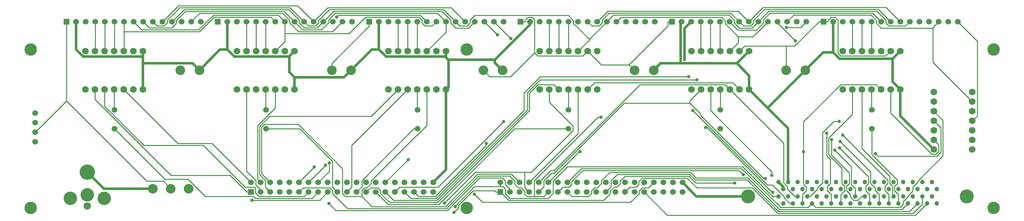
<source format=gbl>
G04 (created by PCBNEW (2013-jul-07)-stable) date Thu 11 Jun 2015 04:55:29 PM PDT*
%MOIN*%
G04 Gerber Fmt 3.4, Leading zero omitted, Abs format*
%FSLAX34Y34*%
G01*
G70*
G90*
G04 APERTURE LIST*
%ADD10C,0.00590551*%
%ADD11C,0.1*%
%ADD12R,0.06X0.06*%
%ADD13C,0.06*%
%ADD14C,0.13*%
%ADD15C,0.145669*%
%ADD16C,0.0472441*%
%ADD17C,0.076*%
%ADD18C,0.14*%
%ADD19C,0.16*%
%ADD20C,0.07*%
%ADD21C,0.0590551*%
%ADD22C,0.035*%
%ADD23C,0.025*%
%ADD24C,0.01*%
G04 APERTURE END LIST*
G54D10*
G54D11*
X32324Y-27952D03*
X34324Y-27952D03*
X48124Y-27952D03*
X50124Y-27952D03*
X63924Y-27952D03*
X65924Y-27952D03*
X79694Y-27952D03*
X81694Y-27952D03*
X95514Y-27952D03*
X97514Y-27952D03*
G54D12*
X39712Y-40657D03*
G54D13*
X39712Y-39657D03*
X44712Y-40657D03*
X40712Y-39657D03*
X45712Y-40657D03*
X41712Y-39657D03*
X46712Y-40657D03*
X42712Y-39657D03*
X47712Y-40657D03*
X43712Y-39657D03*
X48712Y-40657D03*
X44712Y-39657D03*
X49712Y-40657D03*
X45712Y-39657D03*
X50712Y-40657D03*
X46712Y-39657D03*
X51712Y-40657D03*
X47712Y-39657D03*
X52712Y-40657D03*
X48712Y-39657D03*
X53712Y-40657D03*
X49712Y-39657D03*
X54712Y-40657D03*
X50712Y-39657D03*
X51712Y-39657D03*
X55712Y-40657D03*
X52712Y-39657D03*
X54712Y-39657D03*
X55712Y-39657D03*
X56712Y-39657D03*
X57712Y-39657D03*
X56712Y-40657D03*
X57712Y-40657D03*
X40712Y-40657D03*
X41712Y-40657D03*
X42712Y-40657D03*
X43712Y-40657D03*
X58712Y-40657D03*
X58712Y-39657D03*
X53712Y-39657D03*
G54D12*
X20460Y-22874D03*
G54D13*
X21460Y-22874D03*
X22460Y-22874D03*
X23460Y-22874D03*
X24460Y-22874D03*
X25460Y-22874D03*
X26460Y-22874D03*
X27460Y-22874D03*
X28460Y-22874D03*
X29460Y-22874D03*
X30460Y-22874D03*
X31460Y-22874D03*
X32460Y-22874D03*
X33460Y-22874D03*
X34460Y-22874D03*
G54D12*
X36248Y-22874D03*
G54D13*
X37248Y-22874D03*
X38248Y-22874D03*
X39248Y-22874D03*
X40248Y-22874D03*
X41248Y-22874D03*
X42248Y-22874D03*
X43248Y-22874D03*
X44248Y-22874D03*
X45248Y-22874D03*
X46248Y-22874D03*
X47248Y-22874D03*
X48248Y-22874D03*
X49248Y-22874D03*
X50248Y-22874D03*
G54D12*
X52035Y-22874D03*
G54D13*
X53035Y-22874D03*
X54035Y-22874D03*
X55035Y-22874D03*
X56035Y-22874D03*
X57035Y-22874D03*
X58035Y-22874D03*
X59035Y-22874D03*
X60035Y-22874D03*
X61035Y-22874D03*
X62035Y-22874D03*
X63035Y-22874D03*
X64035Y-22874D03*
X65035Y-22874D03*
X66035Y-22874D03*
G54D12*
X67822Y-22874D03*
G54D13*
X68822Y-22874D03*
X69822Y-22874D03*
X70822Y-22874D03*
X71822Y-22874D03*
X72822Y-22874D03*
X73822Y-22874D03*
X74822Y-22874D03*
X75822Y-22874D03*
X76822Y-22874D03*
X77822Y-22874D03*
X78822Y-22874D03*
X79822Y-22874D03*
X80822Y-22874D03*
X81822Y-22874D03*
G54D12*
X83610Y-22874D03*
G54D13*
X84610Y-22874D03*
X85610Y-22874D03*
X86610Y-22874D03*
X87610Y-22874D03*
X88610Y-22874D03*
X89610Y-22874D03*
X90610Y-22874D03*
X91610Y-22874D03*
X92610Y-22874D03*
X93610Y-22874D03*
X94610Y-22874D03*
X95610Y-22874D03*
X96610Y-22874D03*
X97610Y-22874D03*
G54D12*
X99397Y-22874D03*
G54D13*
X100397Y-22874D03*
X101397Y-22874D03*
X102397Y-22874D03*
X103397Y-22874D03*
X104397Y-22874D03*
X105397Y-22874D03*
X106397Y-22874D03*
X107397Y-22874D03*
X108397Y-22874D03*
X109397Y-22874D03*
X110397Y-22874D03*
X111397Y-22874D03*
X112397Y-22874D03*
X113397Y-22874D03*
G54D14*
X117125Y-25787D03*
X16732Y-42322D03*
X117125Y-42322D03*
X62204Y-25787D03*
X62204Y-42322D03*
X16732Y-25787D03*
G54D15*
X91553Y-41100D03*
X114352Y-41100D03*
G54D16*
X94702Y-39600D03*
X95202Y-40350D03*
X95702Y-39600D03*
X96202Y-40350D03*
X96702Y-39600D03*
X97202Y-40350D03*
X97702Y-39600D03*
X98202Y-40350D03*
X98702Y-39600D03*
X99202Y-40350D03*
X99702Y-39600D03*
X100202Y-40350D03*
X100702Y-39600D03*
X101202Y-40350D03*
X101702Y-39600D03*
X102202Y-40350D03*
X102702Y-39600D03*
X103202Y-40350D03*
X103702Y-39600D03*
X104202Y-40350D03*
X104702Y-39600D03*
X105202Y-40350D03*
X105702Y-39600D03*
X106202Y-40350D03*
X106702Y-39600D03*
X107202Y-40350D03*
X107702Y-39600D03*
X108202Y-40350D03*
X108702Y-39600D03*
X109202Y-40350D03*
X109702Y-39600D03*
X110202Y-40350D03*
X110702Y-39600D03*
X111202Y-40350D03*
X94702Y-41100D03*
X95202Y-41850D03*
X95702Y-41100D03*
X96202Y-41850D03*
X96702Y-41100D03*
X97202Y-41850D03*
X97702Y-41100D03*
X98202Y-41850D03*
X98702Y-41100D03*
X99202Y-41850D03*
X99702Y-41100D03*
X100202Y-41850D03*
X100702Y-41100D03*
X101202Y-41850D03*
X101702Y-41100D03*
X102202Y-41850D03*
X102702Y-41100D03*
X103202Y-41850D03*
X103702Y-41100D03*
X104202Y-41850D03*
X104702Y-41100D03*
X105202Y-41850D03*
X105702Y-41100D03*
X106202Y-41850D03*
X106702Y-41100D03*
X107202Y-41850D03*
X107702Y-41100D03*
X108202Y-41850D03*
X108702Y-41100D03*
X109202Y-41850D03*
X109702Y-41100D03*
X110202Y-41850D03*
X110702Y-41100D03*
X111202Y-41850D03*
G54D17*
X22637Y-42115D03*
G54D18*
X22637Y-40935D03*
G54D19*
X22637Y-38575D03*
G54D18*
X24407Y-41325D03*
X20867Y-41325D03*
G54D11*
X29480Y-40314D03*
X31350Y-40314D03*
X33220Y-40314D03*
G54D12*
X65696Y-40657D03*
G54D13*
X65696Y-39657D03*
X70696Y-40657D03*
X66696Y-39657D03*
X71696Y-40657D03*
X67696Y-39657D03*
X72696Y-40657D03*
X68696Y-39657D03*
X73696Y-40657D03*
X69696Y-39657D03*
X74696Y-40657D03*
X70696Y-39657D03*
X75696Y-40657D03*
X71696Y-39657D03*
X76696Y-40657D03*
X72696Y-39657D03*
X77696Y-40657D03*
X73696Y-39657D03*
X78696Y-40657D03*
X74696Y-39657D03*
X79696Y-40657D03*
X75696Y-39657D03*
X80696Y-40657D03*
X76696Y-39657D03*
X77696Y-39657D03*
X81696Y-40657D03*
X78696Y-39657D03*
X80696Y-39657D03*
X81696Y-39657D03*
X82696Y-39657D03*
X83696Y-39657D03*
X82696Y-40657D03*
X83696Y-40657D03*
X66696Y-40657D03*
X67696Y-40657D03*
X68696Y-40657D03*
X69696Y-40657D03*
X84696Y-40657D03*
X84696Y-39657D03*
X79696Y-39657D03*
G54D20*
X22450Y-29952D03*
X23450Y-29952D03*
X24450Y-29952D03*
X25450Y-29952D03*
X26450Y-29952D03*
X27450Y-29952D03*
X28450Y-29952D03*
X28450Y-25952D03*
X27450Y-25952D03*
X26450Y-25952D03*
X25450Y-25952D03*
X24450Y-25952D03*
X23450Y-25952D03*
X22450Y-25952D03*
X38250Y-29952D03*
X39250Y-29952D03*
X40250Y-29952D03*
X41250Y-29952D03*
X42250Y-29952D03*
X43250Y-29952D03*
X44250Y-29952D03*
X44250Y-25952D03*
X43250Y-25952D03*
X42250Y-25952D03*
X41250Y-25952D03*
X40250Y-25952D03*
X39250Y-25952D03*
X38250Y-25952D03*
X54050Y-29952D03*
X55050Y-29952D03*
X56050Y-29952D03*
X57050Y-29952D03*
X58050Y-29952D03*
X59050Y-29952D03*
X60050Y-29952D03*
X60050Y-25952D03*
X59050Y-25952D03*
X58050Y-25952D03*
X57050Y-25952D03*
X56050Y-25952D03*
X55050Y-25952D03*
X54050Y-25952D03*
X69820Y-29952D03*
X70820Y-29952D03*
X71820Y-29952D03*
X72820Y-29952D03*
X73820Y-29952D03*
X74820Y-29952D03*
X75820Y-29952D03*
X75820Y-25952D03*
X74820Y-25952D03*
X73820Y-25952D03*
X72820Y-25952D03*
X71820Y-25952D03*
X70820Y-25952D03*
X69820Y-25952D03*
X85640Y-29952D03*
X86640Y-29952D03*
X87640Y-29952D03*
X88640Y-29952D03*
X89640Y-29952D03*
X90640Y-29952D03*
X91640Y-29952D03*
X91640Y-25952D03*
X90640Y-25952D03*
X89640Y-25952D03*
X88640Y-25952D03*
X87640Y-25952D03*
X86640Y-25952D03*
X85640Y-25952D03*
X101400Y-29952D03*
X102400Y-29952D03*
X103400Y-29952D03*
X104400Y-29952D03*
X105400Y-29952D03*
X106400Y-29952D03*
X107400Y-29952D03*
X107400Y-25952D03*
X106400Y-25952D03*
X105400Y-25952D03*
X104400Y-25952D03*
X103400Y-25952D03*
X102400Y-25952D03*
X101400Y-25952D03*
X110909Y-30220D03*
X110909Y-31220D03*
X110909Y-32220D03*
X110909Y-33220D03*
X110909Y-34220D03*
X110909Y-35220D03*
X110909Y-36220D03*
X114909Y-36220D03*
X114909Y-35220D03*
X114909Y-34220D03*
X114909Y-33220D03*
X114909Y-32220D03*
X114909Y-31220D03*
X114909Y-30220D03*
G54D21*
X25480Y-32086D03*
X25480Y-34055D03*
X41279Y-32086D03*
X41279Y-34055D03*
X57070Y-32086D03*
X57070Y-34055D03*
X72820Y-32086D03*
X72820Y-34055D03*
X88640Y-32086D03*
X88640Y-34055D03*
X104440Y-32086D03*
X104440Y-34055D03*
G54D13*
X17200Y-35400D03*
X17200Y-34400D03*
X17200Y-33400D03*
X17200Y-32400D03*
G54D22*
X61002Y-42190D03*
X48637Y-22368D03*
X87100Y-33931D03*
X94112Y-40692D03*
X85779Y-32150D03*
X97300Y-36455D03*
X74005Y-36455D03*
X46318Y-38051D03*
X96476Y-24883D03*
X47479Y-37856D03*
X101024Y-33273D03*
X65402Y-24240D03*
X47869Y-37605D03*
X66797Y-24636D03*
X104808Y-36639D03*
X56102Y-37267D03*
X95530Y-23474D03*
X101066Y-36046D03*
X101151Y-35392D03*
X66044Y-33321D03*
X101403Y-34719D03*
X64251Y-35584D03*
X100577Y-36296D03*
X39816Y-41503D03*
X100251Y-35167D03*
X94012Y-38925D03*
X86196Y-28933D03*
X85329Y-28608D03*
X91048Y-38848D03*
X62994Y-40871D03*
X84916Y-26808D03*
X90140Y-39728D03*
X60881Y-42771D03*
X47830Y-41858D03*
X99728Y-34503D03*
X59870Y-41832D03*
X93356Y-39250D03*
X76193Y-32850D03*
G54D23*
X24377Y-40314D02*
X22637Y-38575D01*
X29480Y-40314D02*
X24377Y-40314D01*
G54D24*
X111417Y-35727D02*
X110909Y-35220D01*
X111417Y-36424D02*
X111417Y-35727D01*
X111121Y-36720D02*
X111417Y-36424D01*
X110695Y-36720D02*
X111121Y-36720D01*
X106400Y-32425D02*
X110695Y-36720D01*
X106400Y-29952D02*
X106400Y-32425D01*
X89937Y-29249D02*
X90640Y-29952D01*
X86339Y-29249D02*
X89937Y-29249D01*
X86331Y-29258D02*
X86339Y-29249D01*
X86062Y-29258D02*
X86331Y-29258D01*
X86053Y-29249D02*
X86062Y-29258D01*
X75522Y-29249D02*
X86053Y-29249D01*
X74820Y-29952D02*
X75522Y-29249D01*
X99397Y-22874D02*
X98947Y-22874D01*
X91160Y-25432D02*
X90640Y-25952D01*
X95514Y-25432D02*
X91160Y-25432D01*
X95514Y-27952D02*
X95514Y-25432D01*
X67822Y-22874D02*
X68272Y-22874D01*
X66782Y-28612D02*
X69273Y-26122D01*
X64584Y-28612D02*
X66782Y-28612D01*
X63924Y-27952D02*
X64584Y-28612D01*
X68272Y-22759D02*
X68272Y-22874D01*
X68610Y-22422D02*
X68272Y-22759D01*
X69022Y-22422D02*
X68610Y-22422D01*
X69273Y-22672D02*
X69022Y-22422D01*
X69273Y-26122D02*
X69273Y-22672D01*
X99847Y-22779D02*
X99847Y-22874D01*
X100221Y-22405D02*
X99847Y-22779D01*
X100578Y-22405D02*
X100221Y-22405D01*
X100897Y-22724D02*
X100578Y-22405D01*
X100897Y-26173D02*
X100897Y-22724D01*
X101188Y-26464D02*
X100897Y-26173D01*
X105888Y-26464D02*
X101188Y-26464D01*
X106400Y-25952D02*
X105888Y-26464D01*
X99397Y-22874D02*
X99847Y-22874D01*
X96389Y-25432D02*
X98947Y-22874D01*
X95514Y-25432D02*
X96389Y-25432D01*
X48124Y-27235D02*
X52035Y-23324D01*
X48124Y-27952D02*
X48124Y-27235D01*
X52035Y-22874D02*
X52035Y-23324D01*
X74312Y-26460D02*
X74820Y-25952D01*
X69611Y-26460D02*
X74312Y-26460D01*
X69273Y-26122D02*
X69611Y-26460D01*
X83610Y-22874D02*
X83160Y-22874D01*
X79694Y-27952D02*
X79112Y-27371D01*
X76238Y-27371D02*
X79112Y-27371D01*
X74820Y-25952D02*
X76238Y-27371D01*
X83160Y-23324D02*
X83160Y-22874D01*
X79112Y-27371D02*
X83160Y-23324D01*
X30560Y-39525D02*
X31350Y-40314D01*
X28846Y-39525D02*
X30560Y-39525D01*
X20460Y-31139D02*
X28846Y-39525D01*
X17200Y-34400D02*
X20460Y-31139D01*
X20460Y-31139D02*
X20460Y-22874D01*
X35643Y-35588D02*
X39712Y-39657D01*
X32085Y-35588D02*
X35643Y-35588D01*
X26450Y-29952D02*
X32085Y-35588D01*
X63014Y-40090D02*
X65696Y-40090D01*
X61002Y-42102D02*
X63014Y-40090D01*
X61002Y-42190D02*
X61002Y-42102D01*
X65967Y-40090D02*
X65696Y-40090D01*
X66205Y-40327D02*
X65967Y-40090D01*
X66205Y-40815D02*
X66205Y-40327D01*
X66710Y-41320D02*
X66205Y-40815D01*
X70680Y-41320D02*
X66710Y-41320D01*
X71196Y-40804D02*
X70680Y-41320D01*
X71196Y-39512D02*
X71196Y-40804D01*
X72707Y-38002D02*
X71196Y-39512D01*
X90960Y-38002D02*
X72707Y-38002D01*
X94059Y-41100D02*
X90960Y-38002D01*
X94702Y-41100D02*
X94059Y-41100D01*
X65696Y-40090D02*
X65696Y-39657D01*
X48788Y-22216D02*
X48637Y-22368D01*
X57378Y-22216D02*
X48788Y-22216D01*
X58035Y-22874D02*
X57378Y-22216D01*
X104521Y-21997D02*
X105397Y-22874D01*
X93814Y-21997D02*
X104521Y-21997D01*
X93110Y-22701D02*
X93814Y-21997D01*
X93110Y-23014D02*
X93110Y-22701D01*
X92390Y-23734D02*
X93110Y-23014D01*
X90471Y-23734D02*
X92390Y-23734D01*
X89610Y-22874D02*
X90471Y-23734D01*
X34330Y-23931D02*
X26460Y-23931D01*
X35838Y-22423D02*
X34330Y-23931D01*
X41797Y-22423D02*
X35838Y-22423D01*
X42248Y-22874D02*
X41797Y-22423D01*
X26460Y-25942D02*
X26460Y-23931D01*
X26450Y-25952D02*
X26460Y-25942D01*
X26460Y-23931D02*
X26460Y-22874D01*
X40400Y-39345D02*
X40712Y-39657D01*
X40400Y-33722D02*
X40400Y-39345D01*
X42250Y-31873D02*
X40400Y-33722D01*
X42250Y-29952D02*
X42250Y-31873D01*
X58583Y-23325D02*
X59035Y-22874D01*
X57836Y-23325D02*
X58583Y-23325D01*
X57535Y-23023D02*
X57836Y-23325D01*
X57535Y-22702D02*
X57535Y-23023D01*
X57256Y-22423D02*
X57535Y-22702D01*
X51643Y-22423D02*
X57256Y-22423D01*
X49940Y-24126D02*
X51643Y-22423D01*
X43248Y-24126D02*
X49940Y-24126D01*
X43248Y-24954D02*
X43248Y-24126D01*
X42250Y-25952D02*
X43248Y-24954D01*
X43248Y-24126D02*
X43248Y-22874D01*
X75276Y-23327D02*
X74822Y-22874D01*
X76014Y-23327D02*
X75276Y-23327D01*
X76322Y-23019D02*
X76014Y-23327D01*
X76322Y-22732D02*
X76322Y-23019D01*
X77067Y-21988D02*
X76322Y-22732D01*
X89724Y-21988D02*
X77067Y-21988D01*
X90610Y-22874D02*
X89724Y-21988D01*
X28312Y-23725D02*
X27460Y-22874D01*
X34254Y-23725D02*
X28312Y-23725D01*
X35764Y-22215D02*
X34254Y-23725D01*
X42589Y-22215D02*
X35764Y-22215D01*
X43248Y-22874D02*
X42589Y-22215D01*
X91062Y-23326D02*
X90610Y-22874D01*
X91796Y-23326D02*
X91062Y-23326D01*
X92110Y-23013D02*
X91796Y-23326D01*
X92110Y-22733D02*
X92110Y-23013D01*
X93251Y-21591D02*
X92110Y-22733D01*
X105115Y-21591D02*
X93251Y-21591D01*
X106397Y-22874D02*
X105115Y-21591D01*
X51262Y-40471D02*
X51262Y-41111D01*
X51526Y-40207D02*
X51262Y-40471D01*
X51805Y-40207D02*
X51526Y-40207D01*
X52247Y-39765D02*
X51805Y-40207D01*
X52247Y-39478D02*
X52247Y-39765D01*
X57020Y-34705D02*
X52247Y-39478D01*
X57054Y-34705D02*
X57020Y-34705D01*
X58050Y-33709D02*
X57054Y-34705D01*
X58050Y-29952D02*
X58050Y-33709D01*
X87267Y-33931D02*
X87100Y-33931D01*
X94027Y-40692D02*
X87267Y-33931D01*
X94112Y-40692D02*
X94027Y-40692D01*
X40813Y-38758D02*
X41712Y-39657D01*
X40813Y-33875D02*
X40813Y-38758D01*
X41091Y-33597D02*
X40813Y-33875D01*
X44626Y-33597D02*
X41091Y-33597D01*
X49243Y-38214D02*
X44626Y-33597D01*
X49243Y-40826D02*
X49243Y-38214D01*
X49528Y-41111D02*
X49243Y-40826D01*
X51262Y-41111D02*
X49528Y-41111D01*
X52318Y-42168D02*
X51262Y-41111D01*
X60018Y-42168D02*
X52318Y-42168D01*
X60277Y-41909D02*
X60018Y-42168D01*
X60277Y-41874D02*
X60277Y-41909D01*
X63354Y-38796D02*
X60277Y-41874D01*
X66835Y-38796D02*
X63354Y-38796D01*
X67696Y-39657D02*
X66835Y-38796D01*
X60035Y-23967D02*
X60035Y-22874D01*
X58050Y-25952D02*
X60035Y-23967D01*
X43184Y-21810D02*
X44248Y-22874D01*
X32851Y-21810D02*
X43184Y-21810D01*
X31910Y-22751D02*
X32851Y-21810D01*
X31910Y-23060D02*
X31910Y-22751D01*
X31445Y-23525D02*
X31910Y-23060D01*
X29111Y-23525D02*
X31445Y-23525D01*
X28460Y-22874D02*
X29111Y-23525D01*
X93092Y-21391D02*
X91610Y-22874D01*
X105914Y-21391D02*
X93092Y-21391D01*
X107397Y-22874D02*
X105914Y-21391D01*
X59168Y-22007D02*
X60035Y-22874D01*
X48471Y-22007D02*
X59168Y-22007D01*
X47793Y-22685D02*
X48471Y-22007D01*
X47793Y-22970D02*
X47793Y-22685D01*
X47037Y-23726D02*
X47793Y-22970D01*
X45100Y-23726D02*
X47037Y-23726D01*
X44248Y-22874D02*
X45100Y-23726D01*
X90522Y-21786D02*
X91610Y-22874D01*
X76910Y-21786D02*
X90522Y-21786D01*
X75822Y-22874D02*
X76910Y-21786D01*
X93540Y-39911D02*
X85779Y-32150D01*
X94085Y-39911D02*
X93540Y-39911D01*
X95316Y-41142D02*
X94085Y-39911D01*
X95316Y-41274D02*
X95316Y-41142D01*
X95892Y-41850D02*
X95316Y-41274D01*
X96202Y-41850D02*
X95892Y-41850D01*
X73820Y-34534D02*
X68696Y-39657D01*
X73820Y-29952D02*
X73820Y-34534D01*
X93686Y-21797D02*
X92610Y-22874D01*
X104962Y-21797D02*
X93686Y-21797D01*
X105897Y-22732D02*
X104962Y-21797D01*
X105897Y-23012D02*
X105897Y-22732D01*
X106214Y-23329D02*
X105897Y-23012D01*
X107942Y-23329D02*
X106214Y-23329D01*
X108397Y-22874D02*
X107942Y-23329D01*
X45700Y-23326D02*
X45248Y-22874D01*
X46434Y-23326D02*
X45700Y-23326D01*
X46748Y-23013D02*
X46434Y-23326D01*
X46748Y-22733D02*
X46748Y-23013D01*
X47879Y-21601D02*
X46748Y-22733D01*
X59762Y-21601D02*
X47879Y-21601D01*
X61035Y-22874D02*
X59762Y-21601D01*
X29911Y-23325D02*
X29460Y-22874D01*
X30653Y-23325D02*
X29911Y-23325D01*
X30960Y-23018D02*
X30653Y-23325D01*
X30960Y-22733D02*
X30960Y-23018D01*
X32283Y-21410D02*
X30960Y-22733D01*
X43784Y-21410D02*
X32283Y-21410D01*
X45248Y-22874D02*
X43784Y-21410D01*
X91949Y-23534D02*
X92610Y-22874D01*
X90631Y-23534D02*
X91949Y-23534D01*
X90110Y-23013D02*
X90631Y-23534D01*
X90110Y-22733D02*
X90110Y-23013D01*
X89565Y-22188D02*
X90110Y-22733D01*
X77508Y-22188D02*
X89565Y-22188D01*
X76822Y-22874D02*
X77508Y-22188D01*
X74992Y-24704D02*
X76822Y-22874D01*
X74992Y-24704D02*
X74992Y-24704D01*
X74992Y-24780D02*
X74992Y-24704D01*
X73820Y-25952D02*
X74992Y-24780D01*
X61489Y-23327D02*
X61035Y-22874D01*
X62226Y-23327D02*
X61489Y-23327D01*
X62535Y-23019D02*
X62226Y-23327D01*
X62535Y-22716D02*
X62535Y-23019D01*
X63037Y-22214D02*
X62535Y-22716D01*
X72802Y-22214D02*
X63037Y-22214D01*
X73322Y-22735D02*
X72802Y-22214D01*
X73322Y-23034D02*
X73322Y-22735D01*
X74992Y-24704D02*
X73322Y-23034D01*
X95228Y-35541D02*
X89640Y-29952D01*
X95228Y-39688D02*
X95228Y-35541D01*
X95648Y-40108D02*
X95228Y-39688D01*
X95648Y-40356D02*
X95648Y-40108D01*
X96392Y-41100D02*
X95648Y-40356D01*
X96702Y-41100D02*
X96392Y-41100D01*
X70941Y-38412D02*
X69696Y-39657D01*
X71305Y-38412D02*
X70941Y-38412D01*
X80265Y-29452D02*
X71305Y-38412D01*
X85973Y-29452D02*
X80265Y-29452D01*
X85979Y-29458D02*
X85973Y-29452D01*
X86414Y-29458D02*
X85979Y-29458D01*
X86420Y-29452D02*
X86414Y-29458D01*
X89139Y-29452D02*
X86420Y-29452D01*
X89640Y-29952D02*
X89139Y-29452D01*
X32130Y-21204D02*
X30460Y-22874D01*
X44578Y-21204D02*
X32130Y-21204D01*
X46248Y-22874D02*
X44578Y-21204D01*
X47720Y-21401D02*
X46248Y-22874D01*
X60562Y-21401D02*
X47720Y-21401D01*
X62035Y-22874D02*
X60562Y-21401D01*
X90518Y-25074D02*
X90518Y-24434D01*
X89640Y-25952D02*
X90518Y-25074D01*
X92049Y-24434D02*
X93610Y-22874D01*
X90518Y-24434D02*
X92049Y-24434D01*
X89140Y-23056D02*
X90518Y-24434D01*
X89140Y-22766D02*
X89140Y-23056D01*
X88782Y-22408D02*
X89140Y-22766D01*
X78288Y-22408D02*
X88782Y-22408D01*
X77822Y-22874D02*
X78288Y-22408D01*
X97300Y-33330D02*
X97300Y-36455D01*
X101196Y-29434D02*
X97300Y-33330D01*
X104881Y-29434D02*
X101196Y-29434D01*
X105400Y-29952D02*
X104881Y-29434D01*
X97202Y-40910D02*
X97202Y-41850D01*
X97601Y-40511D02*
X97202Y-40910D01*
X97601Y-40154D02*
X97601Y-40511D01*
X97300Y-39852D02*
X97601Y-40154D01*
X97300Y-36455D02*
X97300Y-39852D01*
X73898Y-36455D02*
X74005Y-36455D01*
X70696Y-39657D02*
X73898Y-36455D01*
X44712Y-39657D02*
X46318Y-38051D01*
X62360Y-23548D02*
X63035Y-22874D01*
X61062Y-23548D02*
X62360Y-23548D01*
X60535Y-23022D02*
X61062Y-23548D01*
X60535Y-22711D02*
X60535Y-23022D01*
X59628Y-21804D02*
X60535Y-22711D01*
X48317Y-21804D02*
X59628Y-21804D01*
X47248Y-22874D02*
X48317Y-21804D01*
X46595Y-23526D02*
X47248Y-22874D01*
X45259Y-23526D02*
X46595Y-23526D01*
X44748Y-23014D02*
X45259Y-23526D01*
X44748Y-22730D02*
X44748Y-23014D01*
X43627Y-21610D02*
X44748Y-22730D01*
X32724Y-21610D02*
X43627Y-21610D01*
X31460Y-22874D02*
X32724Y-21610D01*
X94610Y-23017D02*
X96476Y-24883D01*
X94610Y-22874D02*
X94610Y-23017D01*
X98013Y-41100D02*
X97702Y-41100D01*
X98773Y-40340D02*
X98013Y-41100D01*
X98773Y-40232D02*
X98773Y-40340D01*
X99316Y-39689D02*
X98773Y-40232D01*
X99316Y-34446D02*
X99316Y-39689D01*
X100489Y-33273D02*
X99316Y-34446D01*
X101024Y-33273D02*
X100489Y-33273D01*
X47479Y-37890D02*
X47479Y-37856D01*
X45712Y-39657D02*
X47479Y-37890D01*
X110797Y-23474D02*
X110797Y-23550D01*
X111397Y-22874D02*
X110797Y-23474D01*
X110797Y-27107D02*
X114909Y-31220D01*
X110797Y-23550D02*
X110797Y-27107D01*
X105419Y-23550D02*
X110797Y-23550D01*
X104897Y-23028D02*
X105419Y-23550D01*
X104897Y-22733D02*
X104897Y-23028D01*
X104363Y-22198D02*
X104897Y-22733D01*
X96285Y-22198D02*
X104363Y-22198D01*
X95610Y-22874D02*
X96285Y-22198D01*
X64035Y-22874D02*
X65402Y-24240D01*
X98589Y-42236D02*
X98202Y-41850D01*
X107380Y-42236D02*
X98589Y-42236D01*
X107702Y-41914D02*
X107380Y-42236D01*
X107702Y-41660D02*
X107702Y-41914D01*
X108273Y-41090D02*
X107702Y-41660D01*
X108273Y-40982D02*
X108273Y-41090D01*
X108702Y-40552D02*
X108273Y-40982D01*
X108702Y-40160D02*
X108702Y-40552D01*
X109273Y-39590D02*
X108702Y-40160D01*
X109273Y-39482D02*
X109273Y-39590D01*
X111856Y-36898D02*
X109273Y-39482D01*
X111856Y-33167D02*
X111856Y-36898D01*
X110909Y-32220D02*
X111856Y-33167D01*
X47869Y-38500D02*
X47869Y-37605D01*
X46712Y-39657D02*
X47869Y-38500D01*
X74152Y-38202D02*
X72696Y-39657D01*
X90875Y-38202D02*
X74152Y-38202D01*
X94924Y-42251D02*
X90875Y-38202D01*
X97801Y-42251D02*
X94924Y-42251D01*
X98202Y-41850D02*
X97801Y-42251D01*
X48195Y-23926D02*
X49248Y-22874D01*
X44661Y-23926D02*
X48195Y-23926D01*
X43748Y-23012D02*
X44661Y-23926D01*
X43748Y-22733D02*
X43748Y-23012D01*
X43027Y-22012D02*
X43748Y-22733D01*
X34321Y-22012D02*
X43027Y-22012D01*
X33460Y-22874D02*
X34321Y-22012D01*
X65035Y-22874D02*
X66797Y-24636D01*
X53712Y-39657D02*
X56102Y-37267D01*
X105096Y-36927D02*
X104808Y-36639D01*
X111197Y-36927D02*
X105096Y-36927D01*
X111640Y-36484D02*
X111197Y-36927D01*
X111640Y-33950D02*
X111640Y-36484D01*
X110909Y-33220D02*
X111640Y-33950D01*
X97010Y-23474D02*
X95530Y-23474D01*
X97610Y-22874D02*
X97010Y-23474D01*
X115427Y-24904D02*
X113397Y-22874D01*
X115427Y-32701D02*
X115427Y-24904D01*
X114909Y-33220D02*
X115427Y-32701D01*
X30749Y-39324D02*
X25480Y-34055D01*
X33152Y-39324D02*
X30749Y-39324D01*
X34944Y-41116D02*
X33152Y-39324D01*
X39989Y-41116D02*
X34944Y-41116D01*
X40180Y-41307D02*
X39989Y-41116D01*
X46062Y-41307D02*
X40180Y-41307D01*
X46712Y-40657D02*
X46062Y-41307D01*
X25460Y-25942D02*
X25460Y-22874D01*
X25450Y-25952D02*
X25460Y-25942D01*
X108970Y-43083D02*
X110202Y-41850D01*
X83122Y-43083D02*
X108970Y-43083D01*
X80696Y-40657D02*
X83122Y-43083D01*
X44796Y-34055D02*
X41279Y-34055D01*
X48205Y-37464D02*
X44796Y-34055D01*
X48205Y-40150D02*
X48205Y-37464D01*
X48712Y-40657D02*
X48205Y-40150D01*
X41248Y-25950D02*
X41248Y-22874D01*
X41250Y-25952D02*
X41248Y-25950D01*
X104101Y-39081D02*
X101066Y-36046D01*
X104101Y-39761D02*
X104101Y-39081D01*
X103800Y-40063D02*
X104101Y-39761D01*
X103800Y-40508D02*
X103800Y-40063D01*
X104202Y-40910D02*
X103800Y-40508D01*
X104202Y-41850D02*
X104202Y-40910D01*
X51262Y-40107D02*
X50712Y-40657D01*
X51262Y-39471D02*
X51262Y-40107D01*
X56678Y-34055D02*
X51262Y-39471D01*
X57070Y-34055D02*
X56678Y-34055D01*
X57035Y-25938D02*
X57035Y-22874D01*
X57050Y-25952D02*
X57035Y-25938D01*
X53991Y-41936D02*
X52712Y-40657D01*
X59290Y-41936D02*
X53991Y-41936D01*
X67171Y-34055D02*
X59290Y-41936D01*
X72820Y-34055D02*
X67171Y-34055D01*
X105202Y-40910D02*
X105202Y-41850D01*
X104802Y-40510D02*
X105202Y-40910D01*
X104802Y-40260D02*
X104802Y-40510D01*
X104301Y-39760D02*
X104802Y-40260D01*
X104301Y-38543D02*
X104301Y-39760D01*
X101151Y-35392D02*
X104301Y-38543D01*
X72822Y-25950D02*
X72822Y-22874D01*
X72820Y-25952D02*
X72822Y-25950D01*
X55212Y-40157D02*
X54712Y-40657D01*
X59209Y-40157D02*
X55212Y-40157D01*
X66044Y-33321D02*
X59209Y-40157D01*
X106101Y-39417D02*
X101403Y-34719D01*
X106101Y-39761D02*
X106101Y-39417D01*
X105801Y-40061D02*
X106101Y-39761D01*
X105801Y-40510D02*
X105801Y-40061D01*
X106202Y-40910D02*
X105801Y-40510D01*
X106202Y-41850D02*
X106202Y-40910D01*
X88610Y-25922D02*
X88610Y-22874D01*
X88640Y-25952D02*
X88610Y-25922D01*
X64251Y-35781D02*
X64251Y-35584D01*
X58909Y-41124D02*
X64251Y-35781D01*
X57179Y-41124D02*
X58909Y-41124D01*
X56712Y-40657D02*
X57179Y-41124D01*
X104440Y-36742D02*
X104440Y-34055D01*
X107101Y-39404D02*
X104440Y-36742D01*
X107101Y-39761D02*
X107101Y-39404D01*
X106799Y-40064D02*
X107101Y-39761D01*
X106799Y-40507D02*
X106799Y-40064D01*
X107202Y-40910D02*
X106799Y-40507D01*
X107202Y-41850D02*
X107202Y-40910D01*
X104397Y-25950D02*
X104397Y-22874D01*
X104400Y-25952D02*
X104397Y-25950D01*
X73154Y-41114D02*
X72696Y-40657D01*
X74883Y-41114D02*
X73154Y-41114D01*
X75196Y-40801D02*
X74883Y-41114D01*
X75196Y-40501D02*
X75196Y-40801D01*
X75496Y-40202D02*
X75196Y-40501D01*
X75807Y-40202D02*
X75496Y-40202D01*
X76246Y-39762D02*
X75807Y-40202D01*
X76246Y-39447D02*
X76246Y-39762D01*
X77092Y-38602D02*
X76246Y-39447D01*
X85532Y-38602D02*
X77092Y-38602D01*
X86122Y-39192D02*
X85532Y-38602D01*
X91512Y-39192D02*
X86122Y-39192D01*
X94791Y-42471D02*
X91512Y-39192D01*
X107581Y-42471D02*
X94791Y-42471D01*
X108202Y-41850D02*
X107581Y-42471D01*
X77246Y-40107D02*
X76696Y-40657D01*
X77246Y-39471D02*
X77246Y-40107D01*
X77915Y-38802D02*
X77246Y-39471D01*
X85449Y-38802D02*
X77915Y-38802D01*
X86039Y-39392D02*
X85449Y-38802D01*
X91429Y-39392D02*
X86039Y-39392D01*
X94708Y-42671D02*
X91429Y-39392D01*
X108381Y-42671D02*
X94708Y-42671D01*
X109202Y-41850D02*
X108381Y-42671D01*
X79196Y-40157D02*
X78696Y-40657D01*
X79833Y-40157D02*
X79196Y-40157D01*
X80147Y-39843D02*
X79833Y-40157D01*
X80147Y-39558D02*
X80147Y-39843D01*
X80502Y-39202D02*
X80147Y-39558D01*
X85181Y-39202D02*
X80502Y-39202D01*
X86198Y-40219D02*
X85181Y-39202D01*
X91973Y-40219D02*
X86198Y-40219D01*
X94636Y-42882D02*
X91973Y-40219D01*
X108725Y-42882D02*
X94636Y-42882D01*
X109702Y-41905D02*
X108725Y-42882D01*
X109702Y-41100D02*
X109702Y-41905D01*
X45262Y-41107D02*
X45712Y-40657D01*
X40523Y-41107D02*
X45262Y-41107D01*
X40162Y-40747D02*
X40523Y-41107D01*
X40162Y-40274D02*
X40162Y-40747D01*
X40053Y-40165D02*
X40162Y-40274D01*
X39116Y-40165D02*
X40053Y-40165D01*
X34739Y-35788D02*
X39116Y-40165D01*
X28531Y-35788D02*
X34739Y-35788D01*
X24450Y-31706D02*
X28531Y-35788D01*
X24450Y-29952D02*
X24450Y-31706D01*
X24460Y-25942D02*
X24460Y-22874D01*
X24450Y-25952D02*
X24460Y-25942D01*
X102312Y-38031D02*
X100577Y-36296D01*
X102312Y-39893D02*
X102312Y-38031D01*
X102702Y-40283D02*
X102312Y-39893D01*
X102702Y-41100D02*
X102702Y-40283D01*
X39822Y-41510D02*
X39816Y-41503D01*
X46859Y-41510D02*
X39822Y-41510D01*
X47712Y-40657D02*
X46859Y-41510D01*
X40248Y-25950D02*
X40248Y-22874D01*
X40250Y-25952D02*
X40248Y-25950D01*
X50212Y-40157D02*
X49712Y-40657D01*
X50212Y-35790D02*
X50212Y-40157D01*
X56050Y-29952D02*
X50212Y-35790D01*
X103392Y-41100D02*
X103702Y-41100D01*
X102988Y-41504D02*
X103392Y-41100D01*
X102550Y-41504D02*
X102988Y-41504D01*
X102202Y-41156D02*
X102550Y-41504D01*
X102202Y-40910D02*
X102202Y-41156D01*
X101801Y-40510D02*
X102202Y-40910D01*
X101801Y-40061D02*
X101801Y-40510D01*
X102112Y-39751D02*
X101801Y-40061D01*
X102112Y-38688D02*
X102112Y-39751D01*
X100251Y-36828D02*
X102112Y-38688D01*
X100251Y-35167D02*
X100251Y-36828D01*
X56035Y-25938D02*
X56035Y-22874D01*
X56050Y-25952D02*
X56035Y-25938D01*
X71314Y-29447D02*
X71820Y-29952D01*
X69614Y-29447D02*
X71314Y-29447D01*
X68737Y-30324D02*
X69614Y-29447D01*
X68737Y-32156D02*
X68737Y-30324D01*
X59163Y-41730D02*
X68737Y-32156D01*
X54123Y-41730D02*
X59163Y-41730D01*
X53212Y-40820D02*
X54123Y-41730D01*
X53212Y-40520D02*
X53212Y-40820D01*
X52898Y-40207D02*
X53212Y-40520D01*
X52162Y-40207D02*
X52898Y-40207D01*
X51712Y-40657D02*
X52162Y-40207D01*
X71822Y-25950D02*
X71822Y-22874D01*
X71820Y-25952D02*
X71822Y-25950D01*
X54585Y-41530D02*
X53712Y-40657D01*
X59080Y-41530D02*
X54585Y-41530D01*
X68525Y-32085D02*
X59080Y-41530D01*
X68525Y-30251D02*
X68525Y-32085D01*
X69843Y-28933D02*
X68525Y-30251D01*
X86196Y-28933D02*
X69843Y-28933D01*
X94012Y-38536D02*
X94012Y-38925D01*
X87640Y-32163D02*
X94012Y-38536D01*
X87640Y-29952D02*
X87640Y-32163D01*
X87610Y-25922D02*
X87610Y-22874D01*
X87640Y-25952D02*
X87610Y-25922D01*
X69886Y-28608D02*
X85329Y-28608D01*
X68162Y-30332D02*
X69886Y-28608D01*
X68162Y-32154D02*
X68162Y-30332D01*
X58992Y-41324D02*
X68162Y-32154D01*
X56379Y-41324D02*
X58992Y-41324D01*
X55712Y-40657D02*
X56379Y-41324D01*
X106594Y-40991D02*
X106702Y-41100D01*
X106594Y-40052D02*
X106594Y-40991D01*
X106301Y-39760D02*
X106594Y-40052D01*
X106301Y-39011D02*
X106301Y-39760D01*
X103400Y-36109D02*
X106301Y-39011D01*
X103400Y-29952D02*
X103400Y-36109D01*
X103397Y-25950D02*
X103397Y-22874D01*
X103400Y-25952D02*
X103397Y-25950D01*
X90602Y-38402D02*
X91048Y-38848D01*
X74311Y-38402D02*
X90602Y-38402D01*
X73147Y-39566D02*
X74311Y-38402D01*
X73147Y-39843D02*
X73147Y-39566D01*
X72833Y-40157D02*
X73147Y-39843D01*
X72196Y-40157D02*
X72833Y-40157D01*
X71696Y-40657D02*
X72196Y-40157D01*
X63854Y-41731D02*
X62994Y-40871D01*
X79279Y-41731D02*
X63854Y-41731D01*
X80196Y-40814D02*
X79279Y-41731D01*
X80196Y-40520D02*
X80196Y-40814D01*
X80510Y-40207D02*
X80196Y-40520D01*
X81147Y-40207D02*
X80510Y-40207D01*
X81696Y-39657D02*
X81147Y-40207D01*
G54D23*
X84916Y-23567D02*
X85610Y-22874D01*
X84916Y-26808D02*
X84916Y-23567D01*
G54D24*
X39712Y-40657D02*
X39262Y-40657D01*
X37531Y-38926D02*
X39262Y-40657D01*
X31386Y-38926D02*
X37531Y-38926D01*
X23450Y-30990D02*
X31386Y-38926D01*
X23450Y-29952D02*
X23450Y-30990D01*
X66569Y-41530D02*
X65696Y-40657D01*
X76460Y-41530D02*
X66569Y-41530D01*
X77147Y-40843D02*
X76460Y-41530D01*
X77147Y-40566D02*
X77147Y-40843D01*
X77605Y-40107D02*
X77147Y-40566D01*
X77883Y-40107D02*
X77605Y-40107D01*
X78196Y-39794D02*
X77883Y-40107D01*
X78196Y-39500D02*
X78196Y-39794D01*
X78694Y-39002D02*
X78196Y-39500D01*
X85366Y-39002D02*
X78694Y-39002D01*
X86092Y-39728D02*
X85366Y-39002D01*
X90140Y-39728D02*
X86092Y-39728D01*
X65119Y-40530D02*
X65246Y-40657D01*
X62857Y-40530D02*
X65119Y-40530D01*
X61327Y-42060D02*
X62857Y-40530D01*
X61327Y-42325D02*
X61327Y-42060D01*
X60881Y-42771D02*
X61327Y-42325D01*
X65696Y-40657D02*
X65246Y-40657D01*
X23460Y-25942D02*
X23460Y-22874D01*
X23450Y-25952D02*
X23460Y-25942D01*
X40712Y-40432D02*
X40712Y-40657D01*
X40212Y-39932D02*
X40712Y-40432D01*
X40212Y-39440D02*
X40212Y-39932D01*
X39250Y-38477D02*
X40212Y-39440D01*
X39250Y-29952D02*
X39250Y-38477D01*
X48540Y-42568D02*
X47830Y-41858D01*
X60184Y-42568D02*
X48540Y-42568D01*
X60677Y-42075D02*
X60184Y-42568D01*
X60677Y-42055D02*
X60677Y-42075D01*
X63536Y-39196D02*
X60677Y-42055D01*
X65907Y-39196D02*
X63536Y-39196D01*
X66196Y-39486D02*
X65907Y-39196D01*
X66196Y-39834D02*
X66196Y-39486D01*
X66696Y-40334D02*
X66196Y-39834D01*
X66696Y-40657D02*
X66696Y-40334D01*
X39248Y-25950D02*
X39248Y-22874D01*
X39250Y-25952D02*
X39248Y-25950D01*
X41212Y-40157D02*
X41712Y-40657D01*
X41212Y-39440D02*
X41212Y-40157D01*
X40600Y-38828D02*
X41212Y-39440D01*
X40600Y-33805D02*
X40600Y-38828D01*
X41650Y-32755D02*
X40600Y-33805D01*
X52247Y-32755D02*
X41650Y-32755D01*
X55050Y-29952D02*
X52247Y-32755D01*
X55035Y-25938D02*
X55035Y-22874D01*
X55050Y-25952D02*
X55035Y-25938D01*
X68238Y-40199D02*
X68696Y-40657D01*
X68238Y-38596D02*
X68238Y-40199D01*
X68936Y-38596D02*
X68238Y-38596D01*
X73280Y-34252D02*
X68936Y-38596D01*
X73280Y-33758D02*
X73280Y-34252D01*
X70820Y-31298D02*
X73280Y-33758D01*
X70820Y-29952D02*
X70820Y-31298D01*
X100202Y-40910D02*
X100202Y-41850D01*
X99802Y-40510D02*
X100202Y-40910D01*
X99802Y-40061D02*
X99802Y-40510D01*
X100101Y-39761D02*
X99802Y-40061D01*
X100101Y-37256D02*
X100101Y-39761D01*
X99726Y-36880D02*
X100101Y-37256D01*
X99726Y-34504D02*
X99726Y-36880D01*
X99728Y-34503D02*
X99726Y-34504D01*
X63107Y-38596D02*
X59870Y-41832D01*
X68238Y-38596D02*
X63107Y-38596D01*
X70822Y-25950D02*
X70822Y-22874D01*
X70820Y-25952D02*
X70822Y-25950D01*
X85489Y-31103D02*
X86640Y-29952D01*
X85489Y-31396D02*
X85489Y-31103D01*
X70224Y-40130D02*
X69696Y-40657D01*
X70224Y-39493D02*
X70224Y-40130D01*
X71034Y-38683D02*
X70224Y-39493D01*
X71317Y-38683D02*
X71034Y-38683D01*
X78604Y-31396D02*
X71317Y-38683D01*
X85489Y-31396D02*
X78604Y-31396D01*
X86571Y-32478D02*
X85489Y-31396D01*
X86571Y-32640D02*
X86571Y-32478D01*
X93180Y-39250D02*
X86571Y-32640D01*
X93356Y-39250D02*
X93180Y-39250D01*
X86610Y-25922D02*
X86610Y-22874D01*
X86640Y-25952D02*
X86610Y-25922D01*
X70243Y-41111D02*
X69229Y-41111D01*
X70696Y-40657D02*
X70243Y-41111D01*
X69229Y-39483D02*
X69229Y-41111D01*
X75863Y-32850D02*
X69229Y-39483D01*
X76193Y-32850D02*
X75863Y-32850D01*
X101202Y-40910D02*
X101202Y-41850D01*
X101601Y-40511D02*
X101202Y-40910D01*
X101601Y-40059D02*
X101601Y-40511D01*
X101300Y-39758D02*
X101601Y-40059D01*
X101300Y-38159D02*
X101300Y-39758D01*
X99926Y-36786D02*
X101300Y-38159D01*
X99926Y-35032D02*
X99926Y-36786D01*
X102400Y-32559D02*
X99926Y-35032D01*
X102400Y-29952D02*
X102400Y-32559D01*
X45168Y-40201D02*
X44712Y-40657D01*
X47903Y-40201D02*
X45168Y-40201D01*
X48212Y-40510D02*
X47903Y-40201D01*
X48212Y-40820D02*
X48212Y-40510D01*
X49760Y-42368D02*
X48212Y-40820D01*
X60101Y-42368D02*
X49760Y-42368D01*
X60477Y-41992D02*
X60101Y-42368D01*
X60477Y-41973D02*
X60477Y-41992D01*
X63453Y-38996D02*
X60477Y-41973D01*
X66679Y-38996D02*
X63453Y-38996D01*
X67196Y-39513D02*
X66679Y-38996D01*
X67196Y-39819D02*
X67196Y-39513D01*
X67585Y-40207D02*
X67196Y-39819D01*
X67883Y-40207D02*
X67585Y-40207D01*
X68246Y-40570D02*
X67883Y-40207D01*
X68246Y-40867D02*
X68246Y-40570D01*
X68490Y-41111D02*
X68246Y-40867D01*
X69229Y-41111D02*
X68490Y-41111D01*
X102397Y-25950D02*
X102397Y-22874D01*
X102400Y-25952D02*
X102397Y-25950D01*
G54D23*
X95702Y-34015D02*
X93577Y-31889D01*
X95702Y-39600D02*
X95702Y-34015D01*
X95202Y-40100D02*
X95202Y-40350D01*
X94702Y-39600D02*
X95202Y-40100D01*
X44250Y-28678D02*
X44250Y-29952D01*
X37248Y-25793D02*
X37248Y-22874D01*
X37985Y-26530D02*
X37248Y-25793D01*
X43714Y-26530D02*
X37985Y-26530D01*
X43714Y-26487D02*
X43714Y-26530D01*
X44250Y-25952D02*
X43714Y-26487D01*
X43714Y-28143D02*
X44250Y-28678D01*
X43714Y-26530D02*
X43714Y-28143D01*
X93577Y-31889D02*
X97514Y-27952D01*
X99387Y-26079D02*
X100397Y-26079D01*
X97514Y-27952D02*
X99387Y-26079D01*
X100397Y-26079D02*
X100397Y-22874D01*
X101063Y-26745D02*
X100397Y-26079D01*
X106607Y-26745D02*
X101063Y-26745D01*
X107400Y-25952D02*
X106607Y-26745D01*
X106607Y-29160D02*
X107400Y-29952D01*
X106607Y-26745D02*
X106607Y-29160D01*
X36483Y-25793D02*
X34324Y-27952D01*
X37248Y-25793D02*
X36483Y-25793D01*
X107400Y-32710D02*
X110909Y-36220D01*
X107400Y-29952D02*
X107400Y-32710D01*
X49398Y-28678D02*
X50124Y-27952D01*
X44250Y-28678D02*
X49398Y-28678D01*
X60050Y-25952D02*
X60050Y-26527D01*
X60050Y-26600D02*
X60312Y-26862D01*
X60050Y-26527D02*
X60050Y-26600D01*
X52305Y-25771D02*
X53035Y-25771D01*
X50124Y-27952D02*
X52305Y-25771D01*
X53791Y-26527D02*
X53035Y-25771D01*
X60050Y-26527D02*
X53791Y-26527D01*
X53035Y-25771D02*
X53035Y-22874D01*
X60312Y-29690D02*
X60050Y-29952D01*
X60312Y-26862D02*
X60312Y-29690D01*
X60050Y-38320D02*
X58712Y-39657D01*
X60050Y-29952D02*
X60050Y-38320D01*
X65143Y-27171D02*
X65924Y-27952D01*
X65143Y-26862D02*
X65143Y-27171D01*
X60312Y-26862D02*
X65143Y-26862D01*
X84511Y-22972D02*
X84610Y-22874D01*
X84511Y-27227D02*
X84511Y-22972D01*
X82419Y-27227D02*
X84511Y-27227D01*
X81694Y-27952D02*
X82419Y-27227D01*
X84511Y-27227D02*
X90365Y-27227D01*
X90365Y-27227D02*
X91640Y-25952D01*
X93577Y-31889D02*
X91640Y-29952D01*
X91640Y-28502D02*
X90365Y-27227D01*
X91640Y-29952D02*
X91640Y-28502D01*
X86139Y-41100D02*
X84696Y-39657D01*
X91553Y-41100D02*
X86139Y-41100D01*
X33598Y-27227D02*
X34324Y-27952D01*
X28450Y-27227D02*
X33598Y-27227D01*
X28450Y-29952D02*
X28450Y-27227D01*
X21460Y-25777D02*
X21460Y-22874D01*
X22213Y-26530D02*
X21460Y-25777D01*
X28450Y-26530D02*
X22213Y-26530D01*
X28450Y-27227D02*
X28450Y-26530D01*
X28450Y-26530D02*
X28450Y-25952D01*
X68822Y-23183D02*
X68822Y-22874D01*
X65143Y-26862D02*
X68822Y-23183D01*
G54D24*
X57050Y-32066D02*
X57050Y-29952D01*
X57070Y-32086D02*
X57050Y-32066D01*
X25450Y-32056D02*
X25450Y-29952D01*
X25480Y-32086D02*
X25450Y-32056D01*
X104400Y-32046D02*
X104400Y-29952D01*
X104440Y-32086D02*
X104400Y-32046D01*
X72820Y-32086D02*
X72820Y-29952D01*
X88640Y-32086D02*
X88640Y-29952D01*
X41250Y-32056D02*
X41250Y-29952D01*
X41279Y-32086D02*
X41250Y-32056D01*
M02*

</source>
